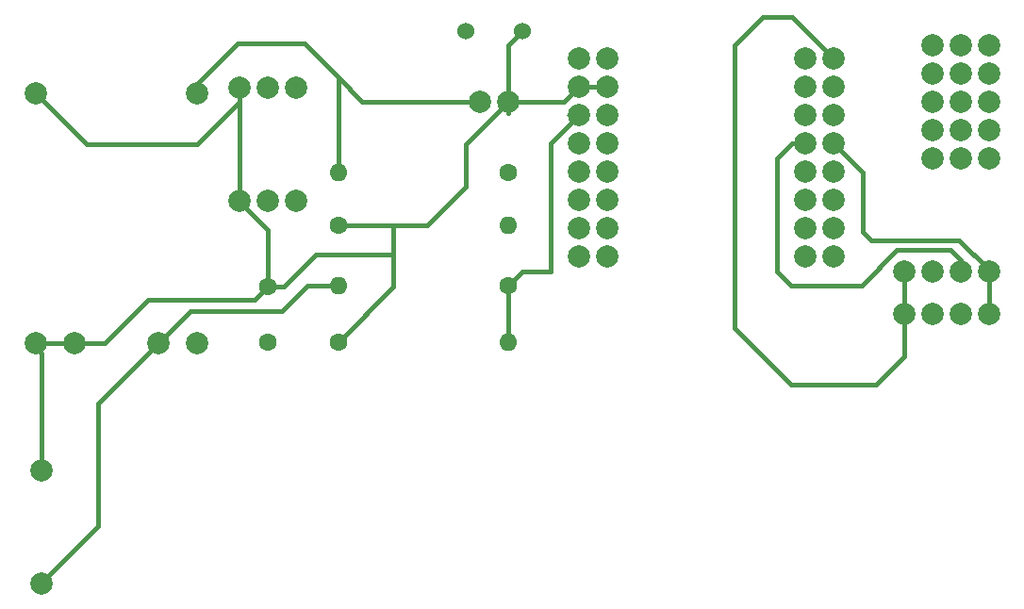
<source format=gbr>
%TF.GenerationSoftware,KiCad,Pcbnew,8.0.8-8.0.8-0~ubuntu24.10.1*%
%TF.CreationDate,2025-03-16T16:58:13+01:00*%
%TF.ProjectId,nimbus_pcb_2,6e696d62-7573-45f7-9063-625f322e6b69,rev?*%
%TF.SameCoordinates,Original*%
%TF.FileFunction,Copper,L1,Top*%
%TF.FilePolarity,Positive*%
%FSLAX46Y46*%
G04 Gerber Fmt 4.6, Leading zero omitted, Abs format (unit mm)*
G04 Created by KiCad (PCBNEW 8.0.8-8.0.8-0~ubuntu24.10.1) date 2025-03-16 16:58:13*
%MOMM*%
%LPD*%
G01*
G04 APERTURE LIST*
%TA.AperFunction,ComponentPad*%
%ADD10C,2.000000*%
%TD*%
%TA.AperFunction,ComponentPad*%
%ADD11C,1.600000*%
%TD*%
%TA.AperFunction,ComponentPad*%
%ADD12O,1.600000X1.600000*%
%TD*%
%TA.AperFunction,ComponentPad*%
%ADD13C,1.524000*%
%TD*%
%TA.AperFunction,Conductor*%
%ADD14C,0.400000*%
%TD*%
%TA.AperFunction,Conductor*%
%ADD15C,0.200000*%
%TD*%
G04 APERTURE END LIST*
D10*
%TO.P,U5,1,PIN*%
%TO.N,Net-(U5-PIN)*%
X152400000Y-114300000D03*
%TO.P,U5,2,VCC*%
%TO.N,+3.3V*%
X154940000Y-114300000D03*
%TO.P,U5,3,GND*%
%TO.N,GND*%
X157480000Y-114300000D03*
%TD*%
%TO.P,U4,1,PIN*%
%TO.N,Net-(U4-PIN)*%
X152400000Y-111760000D03*
%TO.P,U4,2,VCC*%
%TO.N,+3.3V*%
X154940000Y-111760000D03*
%TO.P,U4,3,GND*%
%TO.N,GND*%
X157480000Y-111760000D03*
%TD*%
%TO.P,U3,1,PIN*%
%TO.N,Net-(U3-PIN)*%
X152400000Y-109220000D03*
%TO.P,U3,2,VCC*%
%TO.N,+3.3V*%
X154940000Y-109220000D03*
%TO.P,U3,3,GND*%
%TO.N,GND*%
X157480000Y-109220000D03*
%TD*%
%TO.P,U2,1,PIN*%
%TO.N,Net-(U2-PIN)*%
X152400000Y-106680000D03*
%TO.P,U2,2,VCC*%
%TO.N,+3.3V*%
X154940000Y-106680000D03*
%TO.P,U2,3,GND*%
%TO.N,GND*%
X157480000Y-106680000D03*
%TD*%
D11*
%TO.P,R2,1*%
%TO.N,Net-(esp32s1-16)*%
X114300000Y-125730000D03*
D12*
%TO.P,R2,2*%
%TO.N,BATT*%
X99060000Y-125730000D03*
%TD*%
D10*
%TO.P,Solar_charger1,1,OUT-*%
%TO.N,GND*%
X75360000Y-130940000D03*
%TO.P,Solar_charger1,2,BAT-*%
X71860000Y-130940000D03*
%TO.P,Solar_charger1,3,BAT+*%
%TO.N,OUT_CHARGER*%
X86360000Y-130940000D03*
%TO.P,Solar_charger1,4,OUT+*%
%TO.N,BATT*%
X82860000Y-130940000D03*
%TO.P,Solar_charger1,5,SOLR-*%
%TO.N,GND*%
X71860000Y-108440000D03*
%TO.P,Solar_charger1,6,SOLR+*%
%TO.N,SOL*%
X86360000Y-108440000D03*
%TD*%
%TO.P,battery1,1,4.2V*%
%TO.N,BATT*%
X72390000Y-152490000D03*
%TO.P,battery1,2,GND*%
%TO.N,GND*%
X72390000Y-142330000D03*
%TD*%
%TO.P,solar_panel1,1,solar+*%
%TO.N,SOL*%
X111760000Y-109220000D03*
%TO.P,solar_panel1,2,GND*%
%TO.N,GND*%
X114300000Y-109220000D03*
%TD*%
%TO.P,i2c_breakout_1,1,VCC*%
%TO.N,+3.3V*%
X149860000Y-124460000D03*
%TO.P,i2c_breakout_1,2,GND*%
%TO.N,GND*%
X152400000Y-124460000D03*
%TO.P,i2c_breakout_1,3,SCL*%
%TO.N,Net-(i2c_breakout_1-SCL)*%
X154940000Y-124460000D03*
%TO.P,i2c_breakout_1,4,SDA*%
%TO.N,Net-(esp32s1-9)*%
X157480000Y-124460000D03*
%TD*%
D13*
%TO.P,Reset1,1,RST*%
%TO.N,Net-(Reset1-RST)*%
X110490000Y-102870000D03*
%TO.P,Reset1,2,GND*%
%TO.N,GND*%
X115570000Y-102870000D03*
%TD*%
D11*
%TO.P,R4,1*%
%TO.N,Net-(esp32s1-17)*%
X114300000Y-115570000D03*
D12*
%TO.P,R4,2*%
%TO.N,SOL*%
X99060000Y-115570000D03*
%TD*%
D11*
%TO.P,R3,1*%
%TO.N,GND*%
X99060000Y-120320000D03*
D12*
%TO.P,R3,2*%
%TO.N,Net-(esp32s1-17)*%
X114300000Y-120320000D03*
%TD*%
D10*
%TO.P,i2c_breakout_2,1,VCC*%
%TO.N,+3.3V*%
X149860000Y-128270000D03*
%TO.P,i2c_breakout_2,2,GND*%
%TO.N,GND*%
X152400000Y-128270000D03*
%TO.P,i2c_breakout_2,3,SCL*%
%TO.N,Net-(i2c_breakout_1-SCL)*%
X154940000Y-128270000D03*
%TO.P,i2c_breakout_2,4,SDA*%
%TO.N,Net-(esp32s1-9)*%
X157480000Y-128270000D03*
%TD*%
D11*
%TO.P,C1,1*%
%TO.N,+3.3V*%
X92710000Y-130830000D03*
%TO.P,C1,2*%
%TO.N,GND*%
X92710000Y-125830000D03*
%TD*%
D10*
%TO.P,esp32s2,1,3V3*%
%TO.N,+3.3V*%
X143510000Y-105310000D03*
%TO.P,esp32s2,2,14*%
%TO.N,unconnected-(esp32s1-14-Pad2)*%
X140970000Y-105310000D03*
%TO.P,esp32s2,3,12*%
%TO.N,Net-(U1-PIN)*%
X143510000Y-107850000D03*
%TO.P,esp32s2,4,13*%
%TO.N,unconnected-(esp32s1-13-Pad4)*%
X140970000Y-107850000D03*
%TO.P,esp32s2,5,11*%
%TO.N,Net-(U2-PIN)*%
X143510000Y-110390000D03*
%TO.P,esp32s2,6,10*%
%TO.N,unconnected-(esp32s1-10-Pad6)*%
X140970000Y-110390000D03*
%TO.P,esp32s2,7,9*%
%TO.N,Net-(esp32s1-9)*%
X143510000Y-112930000D03*
%TO.P,esp32s2,8,8*%
%TO.N,Net-(i2c_breakout_1-SCL)*%
X140970000Y-112930000D03*
%TO.P,esp32s2,9,7*%
%TO.N,Net-(U3-PIN)*%
X143510000Y-115470000D03*
%TO.P,esp32s2,10,6*%
%TO.N,unconnected-(esp32s1-6-Pad10)*%
X140970000Y-115470000D03*
%TO.P,esp32s2,11,5*%
%TO.N,Net-(U4-PIN)*%
X143510000Y-118010000D03*
%TO.P,esp32s2,12,4*%
%TO.N,Net-(Reset1-RST)*%
X140970000Y-118010000D03*
%TO.P,esp32s2,13,3*%
%TO.N,Net-(U5-PIN)*%
X143510000Y-120550000D03*
%TO.P,esp32s2,14,2*%
%TO.N,unconnected-(esp32s1-2-Pad14)*%
X140970000Y-120550000D03*
%TO.P,esp32s2,15,EN*%
%TO.N,unconnected-(esp32s1-EN-Pad15)*%
X143510000Y-123090000D03*
%TO.P,esp32s2,16,1*%
%TO.N,unconnected-(esp32s1-1-Pad16)*%
X140970000Y-123090000D03*
%TO.P,esp32s2,17,15*%
%TO.N,unconnected-(esp32s1-15-Pad17)*%
X123190000Y-105310000D03*
%TO.P,esp32s2,18,VBUS*%
%TO.N,unconnected-(esp32s1-VBUS-Pad18)*%
X120650000Y-105310000D03*
%TO.P,esp32s2,19,GND*%
%TO.N,GND*%
X123190000Y-107850000D03*
%TO.P,esp32s2,20,GND*%
X120650000Y-107850000D03*
%TO.P,esp32s2,21,17*%
%TO.N,Net-(esp32s1-17)*%
X123190000Y-110390000D03*
%TO.P,esp32s2,22,16*%
%TO.N,Net-(esp32s1-16)*%
X120650000Y-110390000D03*
%TO.P,esp32s2,23,21*%
%TO.N,unconnected-(esp32s1-21-Pad23)*%
X123190000Y-112930000D03*
%TO.P,esp32s2,24,18*%
%TO.N,unconnected-(esp32s1-18-Pad24)*%
X120650000Y-112930000D03*
%TO.P,esp32s2,25,34*%
%TO.N,unconnected-(esp32s1-34-Pad25)*%
X123190000Y-115470000D03*
%TO.P,esp32s2,26,33*%
%TO.N,unconnected-(esp32s1-33-Pad26)*%
X120650000Y-115470000D03*
%TO.P,esp32s2,27,36*%
%TO.N,unconnected-(esp32s1-36-Pad27)*%
X123190000Y-118010000D03*
%TO.P,esp32s2,28,35*%
%TO.N,unconnected-(esp32s1-35-Pad28)*%
X120650000Y-118010000D03*
%TO.P,esp32s2,29,38*%
%TO.N,unconnected-(esp32s1-38-Pad29)*%
X123190000Y-120550000D03*
%TO.P,esp32s2,30,37*%
%TO.N,unconnected-(esp32s1-37-Pad30)*%
X120650000Y-120550000D03*
%TO.P,esp32s2,31,40*%
%TO.N,unconnected-(esp32s1-40-Pad31)*%
X123190000Y-123090000D03*
%TO.P,esp32s2,32,39*%
%TO.N,unconnected-(esp32s1-39-Pad32)*%
X120650000Y-123090000D03*
%TD*%
%TO.P,ht1,1,GND*%
%TO.N,GND*%
X90170000Y-118110000D03*
%TO.P,ht1,2,VCC*%
%TO.N,OUT_CHARGER*%
X92710000Y-118110000D03*
%TO.P,ht1,3,3v3*%
%TO.N,+3.3V*%
X95250000Y-118110000D03*
%TD*%
%TO.P,ht2,1,GND*%
%TO.N,GND*%
X90170000Y-107950000D03*
%TO.P,ht2,2,VCC*%
%TO.N,OUT_CHARGER*%
X92710000Y-107950000D03*
%TO.P,ht2,3,3v3*%
%TO.N,+3.3V*%
X95250000Y-107950000D03*
%TD*%
D11*
%TO.P,R1,1*%
%TO.N,GND*%
X99060000Y-130810000D03*
D12*
%TO.P,R1,2*%
%TO.N,Net-(esp32s1-16)*%
X114300000Y-130810000D03*
%TD*%
D10*
%TO.P,U1,1,PIN*%
%TO.N,Net-(U1-PIN)*%
X152400000Y-104140000D03*
%TO.P,U1,2,VCC*%
%TO.N,+3.3V*%
X154940000Y-104140000D03*
%TO.P,U1,3,GND*%
%TO.N,GND*%
X157480000Y-104140000D03*
%TD*%
D14*
%TO.N,BATT*%
X94000000Y-128000000D02*
X85800000Y-128000000D01*
X77470000Y-136330000D02*
X77470000Y-147320000D01*
X82860000Y-130940000D02*
X77470000Y-136330000D01*
X77470000Y-147320000D02*
X72390000Y-152400000D01*
X96270000Y-125730000D02*
X94000000Y-128000000D01*
X99060000Y-125730000D02*
X96270000Y-125730000D01*
X72390000Y-152400000D02*
X72390000Y-152490000D01*
X85800000Y-128000000D02*
X82860000Y-130940000D01*
%TO.N,GND*%
X114300000Y-109220000D02*
X119280000Y-109220000D01*
X91540000Y-127000000D02*
X92710000Y-125830000D01*
X86360000Y-113030000D02*
X90170000Y-109220000D01*
X114300000Y-109220000D02*
X110490000Y-113030000D01*
X104000000Y-123000000D02*
X104000000Y-125870000D01*
X92710000Y-125830000D02*
X92710000Y-120750000D01*
X92710000Y-120750000D02*
X90170000Y-118210000D01*
X107010000Y-120320000D02*
X104140000Y-120320000D01*
X82000000Y-127000000D02*
X91540000Y-127000000D01*
X114300000Y-110300000D02*
X114300000Y-109220000D01*
X72390000Y-142330000D02*
X72390000Y-131840000D01*
X71490000Y-130940000D02*
X74990000Y-130940000D01*
X90170000Y-109220000D02*
X90170000Y-107950000D01*
X74990000Y-130940000D02*
X78060000Y-130940000D01*
X120650000Y-107850000D02*
X123190000Y-107850000D01*
X110490000Y-113030000D02*
X110490000Y-116840000D01*
X115570000Y-102870000D02*
X114300000Y-104140000D01*
X76450000Y-113030000D02*
X86360000Y-113030000D01*
X110490000Y-116840000D02*
X107010000Y-120320000D01*
X92710000Y-125830000D02*
X94170000Y-125830000D01*
X90170000Y-107950000D02*
X90170000Y-118110000D01*
X78060000Y-130940000D02*
X82000000Y-127000000D01*
X94170000Y-125830000D02*
X97000000Y-123000000D01*
X72390000Y-131840000D02*
X71490000Y-130940000D01*
X114300000Y-104140000D02*
X114300000Y-109220000D01*
X104000000Y-123000000D02*
X104000000Y-120460000D01*
X97000000Y-123000000D02*
X104000000Y-123000000D01*
X104000000Y-125870000D02*
X99060000Y-130810000D01*
X104000000Y-120460000D02*
X104140000Y-120320000D01*
X119280000Y-109220000D02*
X120650000Y-107850000D01*
X104140000Y-120320000D02*
X99060000Y-120320000D01*
X71860000Y-108440000D02*
X76450000Y-113030000D01*
%TO.N,+3.3V*%
X137160000Y-101600000D02*
X134620000Y-104140000D01*
X139700000Y-134620000D02*
X147320000Y-134620000D01*
X143510000Y-105310000D02*
X139800000Y-101600000D01*
X134620000Y-104140000D02*
X134620000Y-129540000D01*
X149860000Y-124460000D02*
X149860000Y-128270000D01*
X149860000Y-132080000D02*
X149860000Y-128270000D01*
X134620000Y-129540000D02*
X139700000Y-134620000D01*
X147320000Y-134620000D02*
X149860000Y-132080000D01*
X139800000Y-101600000D02*
X137160000Y-101600000D01*
%TO.N,Net-(i2c_breakout_1-SCL)*%
X154051000Y-122555000D02*
X154940000Y-123444000D01*
X138430000Y-114300000D02*
X138430000Y-124460000D01*
X138430000Y-124460000D02*
X139700000Y-125730000D01*
X146050000Y-125730000D02*
X149225000Y-122555000D01*
X139800000Y-112930000D02*
X138430000Y-114300000D01*
X139700000Y-125730000D02*
X146050000Y-125730000D01*
X140970000Y-112930000D02*
X139800000Y-112930000D01*
X154940000Y-123444000D02*
X154940000Y-124460000D01*
X149225000Y-122555000D02*
X154051000Y-122555000D01*
D15*
%TO.N,Net-(esp32s1-9)*%
X157380000Y-124460000D02*
X157480000Y-124460000D01*
D14*
X154813000Y-121666000D02*
X157480000Y-124333000D01*
X157480000Y-124333000D02*
X157480000Y-124460000D01*
X143510000Y-112930000D02*
X146177000Y-115597000D01*
X146939000Y-121666000D02*
X154813000Y-121666000D01*
X146177000Y-115597000D02*
X146177000Y-120904000D01*
X146177000Y-120904000D02*
X146939000Y-121666000D01*
X157480000Y-124460000D02*
X157480000Y-128270000D01*
%TO.N,Net-(esp32s1-16)*%
X114300000Y-125730000D02*
X114300000Y-130810000D01*
X120650000Y-110390000D02*
X118110000Y-112930000D01*
X118110000Y-112930000D02*
X118110000Y-124460000D01*
X118110000Y-124460000D02*
X115570000Y-124460000D01*
X115570000Y-124460000D02*
X114300000Y-125730000D01*
D15*
X119610000Y-110390000D02*
X120650000Y-110390000D01*
D14*
%TO.N,OUT_CHARGER*%
X85990000Y-130940000D02*
X86000000Y-130950000D01*
%TO.N,SOL*%
X99060000Y-107060000D02*
X99060000Y-115570000D01*
X90000000Y-104000000D02*
X86360000Y-107640000D01*
X101220000Y-109220000D02*
X111760000Y-109220000D01*
X96000000Y-104000000D02*
X90000000Y-104000000D01*
X99060000Y-107060000D02*
X96000000Y-104000000D01*
X86360000Y-107640000D02*
X86360000Y-108440000D01*
X99060000Y-107060000D02*
X101220000Y-109220000D01*
%TD*%
M02*

</source>
